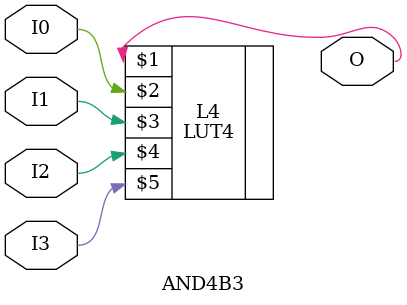
<source format=v>


`timescale  1 ps / 1 ps


module AND4B3 (O, I0, I1, I2, I3);

    output O;

    input  I0, I1, I2, I3;

    LUT4 #(.INIT(16'h0100)) L4 (O, I0, I1, I2, I3);

endmodule

</source>
